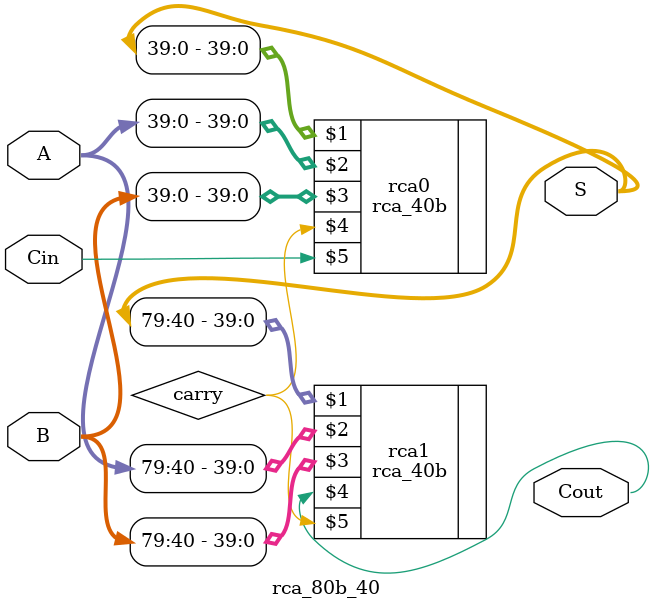
<source format=v>
module rca_80b_40 (S, A, B, Cout, Cin);
    input [79:0] A, B;
    input Cin;
    output [79:0] S;
    output Cout;

    wire carry;

    // Connect two 40-bit RCAs to build an 80-bit adder
    rca_40b rca0 (S[39:0],  A[39:0],  B[39:0],  carry, Cin);
    rca_40b rca1 (S[79:40], A[79:40], B[79:40], Cout, carry);
endmodule

</source>
